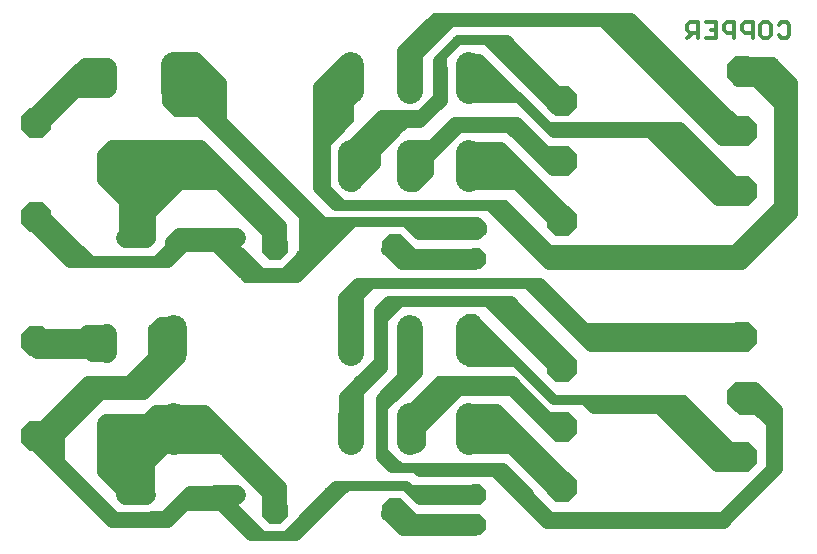
<source format=gtl>
G75*
%MOIN*%
%OFA0B0*%
%FSLAX24Y24*%
%IPPOS*%
%LPD*%
%AMOC8*
5,1,8,0,0,1.08239X$1,22.5*
%
%ADD10C,0.0130*%
%ADD11C,0.0660*%
%ADD12OC8,0.0860*%
%ADD13OC8,0.0700*%
%ADD14OC8,0.1000*%
%ADD15C,0.0860*%
%ADD16C,0.0280*%
%ADD17C,0.0320*%
D10*
X025720Y019924D02*
X025897Y020101D01*
X025809Y020101D02*
X026074Y020101D01*
X026074Y019924D02*
X026074Y020455D01*
X025809Y020455D01*
X025720Y020366D01*
X025720Y020190D01*
X025809Y020101D01*
X026328Y019924D02*
X026682Y019924D01*
X026682Y020455D01*
X026328Y020455D01*
X026505Y020190D02*
X026682Y020190D01*
X026936Y020190D02*
X027024Y020101D01*
X027289Y020101D01*
X027289Y019924D02*
X027289Y020455D01*
X027024Y020455D01*
X026936Y020366D01*
X026936Y020190D01*
X027543Y020190D02*
X027632Y020101D01*
X027897Y020101D01*
X027897Y019924D02*
X027897Y020455D01*
X027632Y020455D01*
X027543Y020366D01*
X027543Y020190D01*
X028151Y020366D02*
X028151Y020013D01*
X028240Y019924D01*
X028416Y019924D01*
X028505Y020013D01*
X028505Y020366D01*
X028416Y020455D01*
X028240Y020455D01*
X028151Y020366D01*
X028759Y020366D02*
X028847Y020455D01*
X029024Y020455D01*
X029112Y020366D01*
X029112Y020013D01*
X029024Y019924D01*
X028847Y019924D01*
X028759Y020013D01*
D11*
X010668Y013256D02*
X010008Y013256D01*
X007668Y013256D02*
X007008Y013256D01*
X006358Y015264D02*
X006358Y015924D01*
X006358Y018264D02*
X006358Y018924D01*
X006358Y010066D02*
X006358Y009406D01*
X006358Y007066D02*
X006358Y006406D01*
X007008Y004693D02*
X007668Y004693D01*
X010008Y004693D02*
X010668Y004693D01*
D12*
X011956Y004161D03*
X015956Y004161D03*
X015956Y012960D03*
X011956Y012960D03*
D13*
X018681Y012539D03*
X018681Y013539D03*
X018681Y004681D03*
X018681Y003681D03*
D14*
X021539Y004952D03*
X021539Y006952D03*
X021539Y008952D03*
X027539Y007952D03*
X027539Y005952D03*
X027539Y009952D03*
X021539Y013811D03*
X021539Y015811D03*
X021539Y017811D03*
X027539Y018811D03*
X027539Y016811D03*
X027539Y014811D03*
X003996Y013944D03*
X003996Y017094D03*
X003996Y009811D03*
X003996Y006661D03*
D15*
X008606Y006454D02*
X008606Y007314D01*
X008606Y009404D02*
X008606Y010264D01*
X014516Y010264D02*
X014516Y009404D01*
X016476Y009404D02*
X016476Y010264D01*
X018446Y010264D02*
X018446Y009404D01*
X018446Y007314D02*
X018446Y006454D01*
X016476Y006454D02*
X016476Y007314D01*
X014516Y007314D02*
X014516Y006454D01*
X014516Y015214D02*
X014516Y016074D01*
X016476Y016074D02*
X016476Y015214D01*
X018446Y015214D02*
X018446Y016074D01*
X018446Y018164D02*
X018446Y019024D01*
X016476Y019024D02*
X016476Y018164D01*
X014516Y018164D02*
X014516Y019024D01*
X008606Y019024D02*
X008606Y018164D01*
X008606Y016074D02*
X008606Y015214D01*
D16*
X008582Y015608D02*
X008606Y015644D01*
X008582Y015608D02*
X007352Y015608D01*
X007352Y013295D01*
X007338Y013256D01*
X005384Y012557D02*
X003996Y013944D01*
X006358Y015594D02*
X006368Y015608D01*
X007352Y015608D01*
X005433Y018561D02*
X004006Y017133D01*
X003996Y017094D01*
X005433Y018561D02*
X006319Y018561D01*
X006358Y018594D01*
X008606Y018594D02*
X008632Y018561D01*
X013676Y013516D01*
X013947Y013787D01*
X016309Y013787D01*
X016555Y013541D01*
X018671Y013541D01*
X018681Y013539D01*
X019655Y014378D02*
X021181Y012852D01*
X026889Y012852D01*
X027539Y014811D02*
X025610Y016740D01*
X021279Y016740D01*
X019458Y018561D01*
X018474Y018561D01*
X018446Y018594D01*
X017588Y018167D02*
X017588Y019299D01*
X018130Y019840D01*
X019508Y019840D01*
X021525Y017822D01*
X021539Y017811D01*
X020295Y016887D02*
X021328Y015854D01*
X021525Y015854D01*
X021539Y015811D01*
X020295Y016887D02*
X018130Y016887D01*
X016899Y015657D01*
X016506Y015657D01*
X016476Y015644D01*
X014931Y015657D02*
X016653Y017380D01*
X016801Y017380D01*
X017588Y018167D01*
X016506Y018610D02*
X016506Y019053D01*
X017884Y020431D01*
X023937Y020431D01*
X027529Y016838D01*
X027539Y016811D01*
X027578Y018807D02*
X027539Y018811D01*
X021525Y013836D02*
X021539Y013811D01*
X021525Y013836D02*
X019754Y015608D01*
X018474Y015608D01*
X018446Y015644D01*
X019655Y014378D02*
X014242Y014378D01*
X013700Y014919D01*
X013700Y016395D01*
X014488Y017183D01*
X014488Y018561D01*
X014516Y018594D01*
X016476Y018594D02*
X016506Y018610D01*
X014931Y015657D02*
X014537Y015657D01*
X014516Y015644D01*
X013676Y013516D02*
X012273Y012114D01*
X011535Y012114D01*
X010452Y013196D01*
X010338Y013256D01*
X010305Y013246D01*
X008606Y009834D02*
X008582Y009801D01*
X008139Y009801D01*
X006358Y009736D02*
X006319Y009752D01*
X004055Y009752D01*
X003996Y009811D01*
X003996Y006661D02*
X006663Y003994D01*
X007893Y003994D01*
X007338Y004693D02*
X007352Y004732D01*
X007352Y006750D01*
X006368Y006750D01*
X006358Y006736D01*
X007352Y006750D02*
X008484Y006750D01*
X008582Y006848D01*
X008606Y006884D01*
X008730Y006848D01*
X009474Y006903D01*
X011984Y004393D01*
X011929Y004191D01*
X011956Y004161D01*
X012323Y003354D02*
X011584Y003354D01*
X010354Y004584D01*
X010338Y004693D01*
X010305Y004683D01*
X012323Y003354D02*
X013947Y004978D01*
X016309Y004978D01*
X016604Y004683D01*
X018671Y004683D01*
X018681Y004681D01*
X018671Y003698D02*
X018681Y003681D01*
X018671Y003698D02*
X016407Y003698D01*
X015964Y004141D01*
X015956Y004161D01*
X016210Y005569D02*
X015620Y006159D01*
X015620Y007586D01*
X016456Y008423D01*
X016456Y009801D01*
X016476Y009834D01*
X015620Y010539D02*
X016161Y011080D01*
X019409Y011080D01*
X021525Y008964D01*
X021539Y008952D01*
X020197Y008128D02*
X021328Y006996D01*
X021525Y006996D01*
X021539Y006952D01*
X021279Y007881D02*
X025610Y007881D01*
X027539Y005952D01*
X028464Y005569D02*
X028464Y007045D01*
X027578Y007931D01*
X027539Y007952D01*
X027578Y009948D02*
X027539Y009952D01*
X028464Y005569D02*
X026889Y003994D01*
X021181Y003994D01*
X019606Y005569D01*
X019655Y006848D02*
X018474Y006848D01*
X018446Y006884D01*
X019655Y006848D02*
X021525Y004978D01*
X021539Y004952D01*
X021279Y007881D02*
X019360Y009801D01*
X018474Y009801D01*
X018446Y009834D01*
X018130Y008128D02*
X020197Y008128D01*
X018130Y008128D02*
X016899Y006897D01*
X016506Y006897D01*
X016476Y006884D01*
X014537Y006897D02*
X014516Y006884D01*
X016358Y012557D02*
X015964Y012950D01*
X015956Y012960D01*
X016358Y012557D02*
X018671Y012557D01*
X018681Y012539D01*
D17*
X006539Y003759D02*
X003866Y006433D01*
X003921Y006598D02*
X003866Y006653D01*
X003866Y006763D01*
X003893Y006791D01*
X004086Y006791D01*
X004114Y006763D01*
X004114Y006598D01*
X004141Y006570D01*
X004086Y006570D01*
X004031Y006515D01*
X004031Y006901D01*
X004059Y006929D01*
X004748Y006929D01*
X006043Y008224D01*
X006319Y008500D01*
X005740Y008500D01*
X004114Y006874D01*
X004334Y006653D01*
X004334Y006598D01*
X004362Y006736D02*
X004500Y006598D01*
X004500Y006378D01*
X004197Y006681D01*
X004141Y006681D01*
X004004Y006598D02*
X003921Y006598D01*
X004362Y006736D02*
X004693Y006736D01*
X004748Y006681D01*
X004748Y006570D01*
X004665Y006488D01*
X004665Y006515D01*
X006181Y008031D01*
X007614Y008031D01*
X007807Y008224D01*
X008165Y008582D01*
X008165Y008610D01*
X007889Y008885D01*
X007945Y009023D02*
X007311Y008389D01*
X007669Y008389D01*
X007724Y008444D01*
X007724Y008527D01*
X008578Y009381D01*
X008523Y009630D02*
X008523Y010153D01*
X008413Y010263D01*
X008413Y010429D01*
X008441Y010456D01*
X008165Y010456D01*
X007917Y010208D01*
X007917Y009244D01*
X007008Y008334D01*
X007008Y008389D01*
X008275Y009657D01*
X008275Y009960D01*
X008055Y010181D01*
X008220Y010181D01*
X008303Y010263D01*
X008303Y009161D01*
X008165Y009023D01*
X007945Y009023D01*
X008027Y009244D02*
X008027Y009354D01*
X008468Y009795D01*
X008496Y009822D02*
X008634Y009685D01*
X008578Y009685D01*
X008523Y009630D01*
X008496Y009822D02*
X008496Y010015D01*
X008551Y010070D01*
X008689Y010070D01*
X008826Y009933D01*
X008826Y009244D01*
X008165Y008582D01*
X007807Y008224D02*
X006043Y008224D01*
X005905Y008334D02*
X004665Y007094D01*
X004665Y007067D01*
X004858Y006846D02*
X004803Y006791D01*
X004803Y005937D01*
X004637Y006240D02*
X004637Y006267D01*
X006319Y006350D02*
X006346Y006378D01*
X006511Y006378D01*
X006622Y006488D01*
X007145Y006488D01*
X007256Y006378D01*
X007256Y004862D01*
X007145Y004972D01*
X007035Y004972D01*
X006539Y005468D01*
X006401Y005468D01*
X006401Y006157D01*
X006484Y006240D01*
X006842Y006240D01*
X006870Y006212D01*
X006952Y006212D01*
X007063Y006102D01*
X007063Y005165D01*
X006649Y005578D01*
X006649Y005661D01*
X006622Y005689D01*
X006622Y005992D01*
X006760Y005992D01*
X006842Y005909D01*
X006842Y005578D01*
X007035Y005771D01*
X007035Y005909D01*
X007614Y005523D02*
X008634Y006543D01*
X008634Y006626D01*
X008441Y006433D01*
X008165Y006433D01*
X008055Y006515D02*
X007917Y006378D01*
X007917Y006240D01*
X007614Y006543D01*
X007586Y006543D01*
X008000Y006956D01*
X008661Y006956D01*
X008716Y007011D01*
X008716Y007039D01*
X008551Y007204D01*
X008413Y007204D01*
X008385Y007232D01*
X008082Y007232D01*
X007807Y006956D01*
X007724Y006956D01*
X007697Y006929D01*
X006622Y006929D01*
X006594Y006956D01*
X006374Y006956D01*
X006319Y006901D01*
X006319Y006350D01*
X006208Y007067D02*
X006346Y007204D01*
X007697Y007204D01*
X008000Y007507D01*
X008248Y007507D01*
X008358Y007397D01*
X008606Y007397D01*
X008771Y007232D01*
X008826Y007232D01*
X008909Y007315D01*
X009102Y007315D01*
X008992Y007204D01*
X008689Y007204D01*
X008854Y007039D01*
X008854Y007011D01*
X008882Y007039D01*
X009019Y007039D01*
X009157Y007177D01*
X009212Y007177D01*
X009515Y006874D01*
X009598Y006874D01*
X010204Y006267D01*
X010204Y006185D01*
X009956Y006433D01*
X008854Y006433D01*
X008854Y006543D01*
X008882Y006570D01*
X009433Y006570D01*
X009488Y006708D02*
X008992Y006708D01*
X008964Y006681D01*
X008661Y006736D02*
X008661Y006212D01*
X010948Y006212D01*
X009653Y007507D01*
X009240Y007507D01*
X009102Y007507D01*
X009102Y007480D01*
X008716Y007094D01*
X008634Y006874D02*
X008634Y006626D01*
X008634Y006543D02*
X008634Y006185D01*
X008606Y006212D01*
X007972Y006212D01*
X007807Y006047D01*
X007807Y004641D01*
X007779Y004614D01*
X007421Y004614D01*
X007669Y004862D01*
X007669Y005027D01*
X007586Y005110D01*
X007586Y005303D01*
X007641Y005358D01*
X007641Y006488D01*
X007669Y006515D01*
X008055Y006515D01*
X008578Y006819D02*
X008661Y006736D01*
X008634Y006874D02*
X008441Y007067D01*
X008441Y007177D01*
X008771Y007507D01*
X009102Y007507D01*
X009240Y007507D02*
X011830Y004917D01*
X011830Y004586D01*
X012023Y004393D01*
X012023Y004476D01*
X011968Y004531D01*
X011968Y004834D01*
X011941Y004862D01*
X011941Y004944D01*
X011693Y005193D01*
X011693Y004118D01*
X011830Y004118D01*
X011858Y004145D01*
X011858Y004118D01*
X011941Y004035D01*
X012216Y004035D01*
X012216Y004944D01*
X010948Y006212D01*
X010508Y004834D02*
X009130Y004834D01*
X008275Y003980D01*
X007862Y003980D01*
X007862Y003870D01*
X007393Y003870D01*
X007586Y003842D02*
X007586Y003759D01*
X007614Y003787D01*
X007834Y003787D01*
X008055Y003759D02*
X008413Y003759D01*
X009019Y004366D01*
X009074Y004311D01*
X010397Y004311D01*
X010204Y004559D02*
X011224Y003539D01*
X011224Y003429D01*
X011169Y003319D02*
X012685Y003319D01*
X014366Y005000D01*
X014008Y005000D01*
X013787Y004779D01*
X013787Y004641D01*
X014366Y005000D02*
X016350Y005000D01*
X016488Y004862D01*
X018748Y004862D01*
X018748Y004614D01*
X018665Y004531D01*
X018665Y004504D01*
X016819Y004504D01*
X016405Y004917D01*
X016130Y004366D02*
X016681Y003815D01*
X018610Y003815D01*
X018637Y003787D01*
X018637Y003842D01*
X018610Y003870D01*
X016598Y003870D01*
X016295Y004173D01*
X015771Y004173D01*
X015689Y004090D01*
X015689Y004035D01*
X016157Y003567D01*
X016240Y003484D01*
X018637Y003484D01*
X018748Y003594D01*
X018748Y003622D01*
X018748Y003732D01*
X018748Y003622D02*
X018693Y003567D01*
X016157Y003567D01*
X016047Y004173D02*
X015882Y004173D01*
X015854Y004145D01*
X015854Y004200D01*
X015992Y004338D01*
X016102Y004338D01*
X016130Y004366D01*
X016791Y005468D02*
X018307Y005468D01*
X018334Y005496D01*
X019299Y005468D02*
X021035Y003732D01*
X026933Y003732D01*
X028752Y005551D01*
X028752Y007507D01*
X028614Y007645D01*
X028614Y005689D01*
X026823Y003897D01*
X021008Y003897D01*
X019437Y005468D01*
X019299Y005468D01*
X016819Y005468D01*
X016791Y005468D02*
X016681Y005578D01*
X016157Y005578D01*
X016047Y005689D01*
X016019Y005689D01*
X015964Y005744D02*
X015854Y005744D01*
X015523Y006074D01*
X015523Y007921D01*
X015496Y007893D01*
X015496Y005964D01*
X015882Y005578D01*
X016157Y005578D01*
X016019Y005606D02*
X015551Y006074D01*
X015551Y007728D01*
X016295Y008472D01*
X016295Y009354D01*
X016571Y009354D01*
X016598Y009326D01*
X016653Y009326D01*
X016708Y009381D01*
X016708Y008720D01*
X016736Y008748D01*
X016736Y009354D01*
X016708Y009381D01*
X016626Y009381D01*
X016571Y009547D02*
X016681Y009657D01*
X016681Y010043D01*
X016212Y010043D01*
X016212Y008500D01*
X016074Y008362D01*
X016212Y008224D02*
X016240Y008252D01*
X016240Y008527D01*
X016350Y008637D01*
X016543Y008941D02*
X015606Y008004D01*
X015689Y007921D01*
X015716Y007921D01*
X015606Y008004D02*
X015523Y007921D01*
X016240Y008252D02*
X016708Y008720D01*
X017342Y008362D02*
X017397Y008307D01*
X017397Y008252D01*
X017342Y008362D02*
X017425Y008444D01*
X017452Y008472D01*
X019437Y008472D01*
X019437Y008279D01*
X019409Y008252D01*
X019767Y008252D01*
X021256Y006763D01*
X021283Y006791D01*
X021283Y006819D01*
X019630Y008472D01*
X019905Y008472D01*
X019933Y008444D01*
X021448Y006929D01*
X021448Y007177D01*
X021504Y007177D01*
X021614Y007287D01*
X021063Y007287D01*
X020980Y007370D01*
X021283Y007866D02*
X020015Y009133D01*
X018445Y009133D01*
X018445Y009271D01*
X018362Y009354D01*
X018500Y009464D02*
X018472Y009492D01*
X019134Y009492D01*
X019244Y009602D01*
X019299Y009602D01*
X019547Y009354D01*
X018775Y009354D01*
X018775Y009547D01*
X018885Y009657D01*
X019078Y009657D01*
X018885Y009685D02*
X018665Y009464D01*
X018500Y009464D01*
X018472Y009657D02*
X018637Y009822D01*
X018637Y009878D01*
X018527Y009988D01*
X018307Y009988D01*
X018417Y010098D01*
X018417Y010539D01*
X018610Y010539D01*
X020015Y009133D01*
X019933Y008444D02*
X017425Y008444D01*
X017342Y008362D02*
X016515Y007535D01*
X016515Y006212D01*
X016626Y006322D01*
X016626Y006763D01*
X016543Y006846D01*
X016543Y007039D01*
X016323Y007039D01*
X016295Y007011D01*
X016295Y006791D01*
X016433Y006653D01*
X016571Y007039D02*
X016378Y007232D01*
X016378Y006322D01*
X016460Y006240D01*
X016708Y006240D01*
X016846Y006378D01*
X016846Y007425D01*
X016956Y007535D01*
X016571Y007232D02*
X017590Y008252D01*
X018004Y008252D01*
X018031Y008279D01*
X017921Y008279D01*
X017838Y008196D01*
X017838Y008141D01*
X016736Y007039D01*
X016571Y007039D01*
X014779Y006763D02*
X014779Y008472D01*
X015468Y009161D01*
X015578Y009271D01*
X015578Y010319D01*
X015468Y010456D02*
X016157Y011145D01*
X015783Y011145D01*
X015452Y010815D01*
X015452Y010067D01*
X015452Y008846D01*
X015578Y008913D02*
X015578Y010539D01*
X015468Y010456D02*
X015468Y009161D01*
X015578Y008913D02*
X014614Y007948D01*
X014614Y007397D01*
X014504Y007287D01*
X014504Y007921D01*
X014531Y007948D01*
X014531Y007011D01*
X014421Y006901D01*
X014256Y006874D02*
X014256Y007948D01*
X014779Y008472D01*
X014669Y007204D02*
X014669Y006874D01*
X014779Y006763D01*
X014559Y006598D02*
X014531Y006598D01*
X014256Y006874D01*
X014641Y007177D02*
X014669Y007204D01*
X014641Y007177D02*
X014641Y006433D01*
X016681Y005578D02*
X019574Y005578D01*
X020429Y004724D01*
X021090Y005055D02*
X021421Y005055D01*
X021531Y004944D01*
X021531Y004807D01*
X021752Y005027D01*
X021752Y005110D01*
X021807Y005165D01*
X021889Y005055D02*
X019382Y007563D01*
X019244Y007563D01*
X019161Y007563D01*
X019051Y007452D01*
X019106Y007315D02*
X019382Y007039D01*
X019437Y007039D01*
X019409Y007067D01*
X018996Y007067D01*
X018885Y006956D01*
X018693Y006956D01*
X018748Y006901D01*
X018748Y006488D01*
X018775Y006460D01*
X018775Y006405D01*
X018830Y006460D01*
X019960Y006460D01*
X019767Y006653D01*
X019216Y006653D01*
X019051Y006488D01*
X018334Y006488D01*
X018527Y006681D01*
X018996Y006681D01*
X019271Y006405D01*
X019740Y006405D01*
X021090Y005055D01*
X021338Y004972D02*
X021531Y004972D01*
X021697Y004807D01*
X021559Y004807D01*
X021421Y004669D01*
X021366Y004669D01*
X019823Y006212D01*
X018445Y006212D01*
X018610Y006378D01*
X018610Y006956D01*
X018775Y007122D01*
X018775Y007397D01*
X018858Y007315D01*
X019106Y007315D01*
X019161Y007563D02*
X018527Y007563D01*
X018472Y007507D01*
X018472Y006626D01*
X018582Y006736D01*
X018582Y006929D01*
X018527Y006984D01*
X018527Y007011D01*
X018307Y007011D01*
X018307Y006846D01*
X018527Y006626D01*
X019244Y007563D02*
X021779Y005027D01*
X021779Y004917D01*
X021669Y004807D01*
X021531Y004807D01*
X021504Y004807D01*
X021338Y004972D01*
X021555Y006720D02*
X021476Y006799D01*
X021358Y006799D01*
X021555Y006720D02*
X021673Y006720D01*
X021791Y006838D01*
X021791Y006996D01*
X021673Y007114D01*
X021476Y007862D02*
X022303Y007862D01*
X022618Y007547D01*
X025059Y007547D01*
X025098Y007507D01*
X025086Y007645D02*
X024811Y007645D01*
X025086Y007645D02*
X025500Y007645D01*
X026795Y006350D01*
X026960Y006350D01*
X026354Y006956D01*
X025885Y006956D01*
X026602Y006295D02*
X026933Y005964D01*
X026960Y005964D01*
X026878Y005881D01*
X026795Y005881D01*
X026850Y005826D01*
X027263Y005826D01*
X027071Y006019D01*
X027071Y006074D01*
X027153Y005992D01*
X027291Y005992D01*
X027236Y005937D01*
X026795Y005937D01*
X025086Y007645D01*
X024452Y007866D02*
X026712Y005606D01*
X027622Y005606D01*
X027374Y005854D01*
X027346Y005854D01*
X027622Y006130D01*
X027760Y005992D01*
X027760Y005881D01*
X027649Y005771D01*
X027649Y005716D01*
X027870Y005937D01*
X027870Y005992D01*
X027567Y006295D01*
X026602Y006295D01*
X027511Y007535D02*
X027236Y007811D01*
X027429Y007811D01*
X027456Y007783D01*
X027567Y007783D01*
X027622Y007728D01*
X027511Y007535D02*
X028008Y007535D01*
X028063Y007480D01*
X028338Y007480D01*
X028145Y007673D01*
X028008Y007673D01*
X027760Y007921D01*
X027760Y007948D01*
X028366Y007342D01*
X028448Y007342D01*
X028393Y007397D01*
X028393Y007563D01*
X027870Y008086D01*
X027677Y008086D01*
X027594Y008141D02*
X027622Y008169D01*
X027622Y008279D01*
X027980Y008279D01*
X028559Y007700D01*
X028393Y007700D01*
X028559Y007700D02*
X028614Y007645D01*
X027594Y008141D02*
X027429Y008141D01*
X027374Y008086D01*
X027374Y007976D01*
X027456Y007893D01*
X027539Y009633D02*
X027539Y009952D01*
X027382Y010027D02*
X027342Y010067D01*
X022263Y010067D01*
X022421Y009909D01*
X022578Y009909D01*
X022618Y009870D01*
X027145Y009870D01*
X027382Y009830D02*
X027382Y010027D01*
X027382Y009830D02*
X027460Y009752D01*
X027618Y009752D01*
X027736Y009870D01*
X027736Y009988D01*
X027697Y010027D01*
X027697Y010224D01*
X027657Y010263D01*
X022067Y010263D01*
X020610Y011720D01*
X015452Y011720D01*
X014704Y011720D01*
X014744Y011759D01*
X015216Y011759D01*
X015492Y011759D01*
X015452Y011720D01*
X015492Y011759D02*
X020374Y011759D01*
X020807Y011759D01*
X022382Y010185D01*
X023130Y010185D01*
X023326Y009988D01*
X022500Y009633D02*
X027539Y009633D01*
X024452Y007866D02*
X021283Y007866D01*
X021338Y008693D02*
X021338Y008858D01*
X019051Y011145D01*
X019519Y011145D01*
X021586Y009078D01*
X021697Y008968D01*
X021614Y008968D01*
X021338Y008693D01*
X021421Y008858D02*
X021421Y008941D01*
X021586Y009106D01*
X021586Y009078D01*
X021421Y008858D02*
X021504Y008775D01*
X021669Y008775D01*
X021889Y008996D01*
X021889Y009078D01*
X019823Y011145D01*
X019519Y011145D01*
X019051Y011145D02*
X016157Y011145D01*
X015216Y011759D02*
X014508Y011051D01*
X014508Y009834D01*
X014516Y009834D01*
X014547Y009870D02*
X014547Y010027D01*
X014547Y009870D02*
X014665Y009752D01*
X014783Y009752D01*
X014783Y011444D01*
X014783Y011484D02*
X014744Y011484D01*
X014783Y011484D02*
X014823Y011523D01*
X014744Y011523D01*
X014350Y011130D01*
X014271Y011169D02*
X014271Y011287D01*
X014704Y011720D01*
X014271Y011287D02*
X014232Y011248D01*
X014232Y011130D01*
X014271Y011169D01*
X014232Y011130D02*
X014232Y010696D01*
X014311Y010618D01*
X014232Y010696D02*
X014232Y009712D01*
X014508Y009712D01*
X015452Y010067D02*
X015531Y010145D01*
X016295Y009905D02*
X016295Y009712D01*
X016460Y009547D01*
X016571Y009547D01*
X016295Y009905D02*
X016515Y010126D01*
X016515Y010153D01*
X018307Y009850D02*
X018334Y009822D01*
X018334Y009657D01*
X018472Y009657D01*
X018885Y009685D02*
X018885Y009878D01*
X018582Y010181D01*
X018582Y010319D01*
X020374Y011759D02*
X022500Y009633D01*
X019878Y008279D02*
X018031Y008279D01*
X019437Y008472D02*
X019630Y008472D01*
X018637Y012342D02*
X016212Y012342D01*
X015689Y012866D01*
X015744Y012866D01*
X015854Y012976D01*
X015854Y013086D01*
X015909Y013141D01*
X015992Y013004D02*
X016130Y013141D01*
X016157Y013141D01*
X016571Y012728D01*
X018693Y012728D01*
X018803Y012618D01*
X018803Y012563D01*
X018720Y012480D01*
X018720Y012452D01*
X018637Y012370D01*
X018637Y012342D01*
X018665Y013362D02*
X016763Y013362D01*
X016378Y013748D01*
X016598Y013775D02*
X018307Y013775D01*
X018307Y013637D01*
X018334Y013610D01*
X018307Y013775D02*
X018500Y013775D01*
X018693Y013775D01*
X018858Y013610D01*
X018858Y013500D01*
X018720Y013362D01*
X018665Y013362D02*
X018665Y013444D01*
X018637Y013472D01*
X018748Y013472D01*
X018748Y013720D01*
X016653Y013720D01*
X016598Y013775D01*
X014559Y013775D01*
X012712Y011929D01*
X011004Y011929D01*
X010893Y012039D02*
X012409Y012039D01*
X014145Y013775D01*
X013539Y013775D01*
X013374Y013941D01*
X013622Y013748D02*
X014008Y013748D01*
X013815Y013555D01*
X013622Y013748D01*
X010204Y017165D01*
X010204Y018433D01*
X009350Y019287D01*
X008634Y019287D01*
X008606Y019259D01*
X008606Y018846D01*
X008964Y018846D01*
X009074Y018736D01*
X009102Y018736D01*
X009405Y018433D01*
X009433Y018433D01*
X009984Y017881D01*
X009736Y017881D01*
X008854Y018763D01*
X008468Y018763D01*
X008413Y018708D01*
X008413Y018460D01*
X008551Y018322D01*
X008551Y017909D01*
X008992Y017909D01*
X013567Y013334D01*
X013208Y013582D02*
X013208Y013031D01*
X012850Y012673D01*
X012850Y012618D01*
X012933Y012700D01*
X012933Y013996D01*
X012216Y013637D02*
X012216Y012866D01*
X011996Y012948D02*
X011996Y012783D01*
X011968Y012811D02*
X011968Y013252D01*
X010011Y015208D01*
X008634Y015208D01*
X008606Y015181D01*
X008634Y015208D02*
X008854Y015429D01*
X010094Y015429D01*
X011968Y013555D01*
X011968Y012976D01*
X011996Y012948D01*
X011996Y012976D01*
X011968Y013004D01*
X011885Y013004D01*
X011885Y012756D01*
X011830Y012756D01*
X011693Y012893D01*
X011693Y013417D01*
X010094Y015015D01*
X008496Y015015D01*
X008551Y014960D01*
X008551Y014988D01*
X008165Y015374D01*
X006732Y015374D01*
X006704Y015401D01*
X006511Y015401D01*
X006484Y015374D01*
X006484Y016090D01*
X008220Y016090D01*
X008248Y016118D01*
X008248Y016035D01*
X008193Y015980D01*
X008193Y015842D01*
X006732Y015842D01*
X007090Y015484D01*
X006649Y015153D02*
X006870Y014933D01*
X007145Y014933D01*
X007256Y014822D01*
X007256Y014795D01*
X007173Y014712D01*
X006980Y014712D01*
X006842Y014850D01*
X006842Y014822D01*
X007228Y014437D01*
X007228Y013610D01*
X007090Y013472D01*
X007586Y013472D01*
X007834Y013224D01*
X007834Y014051D01*
X008882Y015098D01*
X008551Y015098D01*
X008358Y014905D01*
X007641Y014905D01*
X007614Y014878D01*
X007614Y013500D01*
X007476Y013362D01*
X007476Y013941D01*
X007752Y014216D01*
X007752Y014464D01*
X008027Y014740D01*
X008248Y014740D01*
X008248Y014630D01*
X007889Y014271D01*
X007889Y014630D01*
X007724Y014795D01*
X008413Y015098D02*
X006291Y015098D01*
X006925Y014464D01*
X006925Y013114D01*
X007008Y013196D01*
X007393Y013196D01*
X007933Y012468D02*
X005098Y012468D01*
X003799Y013767D01*
X003878Y013846D01*
X003878Y013885D01*
X003996Y014004D01*
X004074Y014004D01*
X004193Y014082D02*
X004193Y014122D01*
X005689Y012626D01*
X005823Y012480D02*
X008027Y012480D01*
X008248Y012480D01*
X008909Y013141D01*
X009212Y013141D01*
X009157Y013169D02*
X008413Y012425D01*
X005134Y012425D01*
X004362Y013196D01*
X005464Y012838D02*
X005823Y012480D01*
X005464Y012700D02*
X005464Y012838D01*
X004193Y014082D02*
X003917Y014082D01*
X006208Y015181D02*
X006236Y015153D01*
X006649Y015153D01*
X006291Y015098D02*
X006236Y015153D01*
X006208Y015181D02*
X006208Y016007D01*
X006539Y016338D01*
X008606Y016338D01*
X008716Y016338D01*
X008716Y015952D01*
X008634Y015870D01*
X008661Y015842D02*
X008882Y015842D01*
X009047Y016007D01*
X009295Y016007D01*
X009405Y015897D01*
X009130Y015897D01*
X009074Y015842D01*
X008606Y015842D01*
X008413Y016035D01*
X008413Y015098D01*
X008496Y015015D01*
X008496Y015374D02*
X008578Y015374D01*
X008634Y015429D01*
X008634Y015815D01*
X008661Y015842D01*
X008496Y015842D02*
X008496Y015374D01*
X008606Y015644D02*
X010210Y015644D01*
X009515Y016338D01*
X008716Y016338D01*
X008606Y016338D02*
X008468Y016200D01*
X008468Y016118D01*
X008744Y016145D02*
X008744Y016090D01*
X008496Y015842D01*
X008744Y016145D02*
X008799Y016200D01*
X009295Y016200D01*
X010122Y015374D01*
X010480Y015374D01*
X012216Y013637D01*
X010756Y012452D02*
X010645Y012452D01*
X010563Y012370D01*
X010893Y012039D01*
X011086Y012204D02*
X010287Y013004D01*
X010232Y013004D01*
X010287Y012948D02*
X010315Y012921D01*
X010287Y012948D02*
X009019Y012948D01*
X008937Y013279D02*
X008826Y013279D01*
X008468Y012921D01*
X008468Y013114D01*
X008771Y013417D01*
X010039Y013417D01*
X010094Y013362D01*
X010149Y013307D01*
X010094Y013362D02*
X009212Y013362D01*
X009212Y013334D02*
X009295Y013252D01*
X009212Y013334D02*
X008882Y013334D01*
X008826Y013279D01*
X008795Y013413D02*
X010295Y013413D01*
X010295Y013177D01*
X010374Y013098D01*
X008563Y013098D01*
X008468Y012921D02*
X008027Y012480D01*
X009791Y013141D02*
X010563Y012370D01*
X011114Y012259D02*
X011197Y012259D01*
X011307Y012149D01*
X008854Y010181D02*
X008854Y010043D01*
X008771Y009960D01*
X008634Y009878D02*
X008634Y010429D01*
X008606Y010456D01*
X008606Y010429D01*
X008854Y010181D01*
X007917Y009354D02*
X008027Y009244D01*
X007504Y008500D02*
X006732Y008500D01*
X006567Y008334D01*
X005905Y008334D01*
X006319Y008500D02*
X006732Y008500D01*
X006291Y009271D02*
X005878Y009271D01*
X005602Y009547D01*
X005382Y009822D02*
X005382Y009850D01*
X005712Y010181D01*
X006374Y010181D01*
X006358Y010067D02*
X006358Y009437D01*
X006319Y009397D01*
X004035Y009397D01*
X003878Y009555D01*
X003996Y009555D01*
X004271Y009830D01*
X006122Y009830D01*
X006161Y009870D01*
X006161Y009673D01*
X006240Y009594D01*
X004271Y009594D01*
X004035Y009594D02*
X003878Y009752D01*
X003878Y009909D01*
X004074Y009909D01*
X004074Y009988D01*
X003996Y010067D01*
X006358Y010067D01*
X008248Y007507D02*
X008771Y007507D01*
X006208Y007067D02*
X006208Y005441D01*
X006952Y004696D01*
X007338Y004696D01*
X007393Y004752D01*
X007586Y003759D02*
X006539Y003759D01*
X007586Y003759D02*
X008055Y003759D01*
X008826Y004531D01*
X010149Y004531D01*
X010149Y004696D01*
X010177Y004724D01*
X010177Y004862D01*
X010149Y004779D02*
X010067Y004696D01*
X009350Y004696D01*
X009019Y004366D01*
X009901Y004586D02*
X011169Y003319D01*
X010563Y004779D02*
X010149Y004779D01*
X010508Y004834D02*
X010563Y004779D01*
X020980Y012480D02*
X021118Y012342D01*
X027539Y012342D01*
X029248Y014051D01*
X029248Y018433D01*
X028559Y019122D01*
X027401Y019122D01*
X027539Y018984D01*
X027539Y018956D01*
X027567Y018929D01*
X028504Y018929D01*
X029055Y018378D01*
X029055Y014023D01*
X027594Y012563D01*
X027291Y012563D01*
X027181Y012480D02*
X028862Y014161D01*
X028862Y017937D01*
X028338Y018460D01*
X027649Y019149D01*
X027649Y018791D01*
X027539Y018681D01*
X027539Y018956D01*
X027677Y019094D01*
X027622Y019094D01*
X027484Y018956D01*
X027484Y018929D01*
X027374Y018819D01*
X027374Y018488D01*
X027401Y018460D01*
X028338Y018460D01*
X028035Y018570D02*
X027980Y018515D01*
X027952Y018515D01*
X028779Y017689D01*
X028779Y017000D01*
X028889Y017110D01*
X028917Y017110D01*
X028779Y017000D02*
X028779Y014381D01*
X028889Y014437D02*
X028889Y018322D01*
X028448Y018763D01*
X027586Y018763D01*
X027539Y018811D01*
X027539Y018819D02*
X027897Y018819D01*
X028779Y017937D01*
X028779Y017689D01*
X028669Y017881D02*
X028614Y017937D01*
X028035Y018570D02*
X027677Y018570D01*
X027594Y018653D01*
X027677Y017137D02*
X027291Y017137D01*
X023929Y020500D01*
X023846Y020582D01*
X017315Y020582D01*
X017232Y020500D01*
X017673Y020500D01*
X023929Y020500D01*
X023874Y020279D02*
X023378Y020279D01*
X026960Y016696D01*
X027291Y016696D01*
X026988Y017000D01*
X026960Y017000D01*
X023791Y020169D01*
X023653Y020169D01*
X023874Y020279D02*
X027071Y017082D01*
X027071Y016862D01*
X027153Y016779D01*
X027539Y016779D01*
X027677Y016917D01*
X027484Y016917D01*
X027291Y016724D01*
X027456Y016724D01*
X027594Y016862D01*
X027704Y016752D01*
X027704Y016531D01*
X027649Y016476D01*
X026878Y016476D01*
X022909Y020444D01*
X021448Y018102D02*
X019712Y019838D01*
X019382Y019838D01*
X019464Y019756D01*
X019492Y019756D01*
X021421Y017826D01*
X021421Y017799D01*
X021586Y017964D01*
X021779Y017964D01*
X021779Y017744D01*
X021586Y017551D01*
X021586Y017744D01*
X021586Y017826D02*
X021338Y017578D01*
X021338Y017523D01*
X019023Y019838D01*
X019382Y019838D01*
X019023Y019838D02*
X018086Y019838D01*
X017397Y019149D01*
X017397Y017661D01*
X017563Y017826D01*
X017563Y018901D01*
X018279Y018681D02*
X018279Y018543D01*
X018307Y018515D01*
X018307Y018653D01*
X018500Y018846D01*
X018555Y018846D01*
X018693Y018708D01*
X018720Y018736D01*
X019106Y018736D01*
X018417Y018047D01*
X018417Y017909D01*
X020098Y017909D01*
X021063Y016944D01*
X025472Y016944D01*
X025665Y016752D01*
X026106Y016311D01*
X026106Y015952D01*
X026106Y016311D02*
X027291Y015126D01*
X027622Y015126D01*
X027401Y014905D01*
X027401Y014685D01*
X027456Y014740D01*
X027456Y014850D01*
X027567Y014960D01*
X027760Y014960D01*
X027677Y014878D01*
X027677Y014519D01*
X027649Y014492D01*
X026740Y014492D01*
X024480Y016752D01*
X025665Y016752D01*
X025472Y016531D02*
X027126Y014878D01*
X027236Y014878D01*
X027098Y014740D01*
X027015Y014740D01*
X026795Y014960D01*
X026712Y014960D01*
X025279Y016393D01*
X025141Y016393D01*
X026823Y014712D01*
X026823Y014685D01*
X027319Y012866D02*
X028889Y014437D01*
X027319Y012866D02*
X020870Y012866D01*
X020870Y012852D01*
X026889Y012852D01*
X027015Y012618D02*
X021035Y012618D01*
X019326Y014326D01*
X014008Y014326D01*
X013401Y014933D01*
X013401Y018295D01*
X014338Y019232D01*
X014476Y019232D01*
X014476Y018322D01*
X014256Y018102D01*
X014256Y018295D01*
X014393Y018433D01*
X014641Y018433D01*
X014724Y018350D01*
X014724Y018488D01*
X014669Y018543D01*
X014669Y018736D01*
X014752Y018819D01*
X014393Y018819D01*
X014283Y018708D01*
X014338Y018708D01*
X014393Y018653D01*
X014421Y018681D02*
X014283Y018819D01*
X014283Y018874D01*
X013567Y018157D01*
X013567Y016448D01*
X014256Y017137D01*
X014256Y017303D01*
X014283Y017330D01*
X014283Y018681D01*
X013815Y018212D01*
X013815Y018047D01*
X013760Y017992D01*
X013760Y016889D01*
X013952Y017082D01*
X013952Y017303D01*
X014035Y017385D01*
X014035Y018240D01*
X014338Y018543D01*
X014338Y018626D01*
X014724Y018157D02*
X014724Y018047D01*
X014311Y017633D01*
X015110Y016917D02*
X015275Y017082D01*
X015551Y017358D01*
X016901Y017358D01*
X017094Y017468D02*
X017122Y017441D01*
X017177Y017441D01*
X017397Y017661D01*
X017177Y017441D02*
X016819Y017082D01*
X016323Y017082D01*
X016185Y016944D01*
X015496Y016944D01*
X015358Y016807D01*
X015248Y016807D01*
X014669Y016228D01*
X014669Y015897D01*
X014779Y015787D01*
X014779Y015759D01*
X015082Y016063D01*
X015110Y016063D01*
X015082Y016035D01*
X014972Y016035D01*
X015413Y016476D01*
X015413Y016669D01*
X015551Y016807D01*
X015661Y016807D01*
X015137Y016283D01*
X015000Y016283D01*
X014669Y015952D01*
X014641Y015952D01*
X014366Y016228D01*
X014311Y016228D01*
X014366Y016173D01*
X014366Y015567D01*
X014476Y015456D01*
X014559Y015456D01*
X014586Y015456D02*
X014697Y015346D01*
X014697Y015126D01*
X014559Y014988D01*
X014559Y014960D01*
X015330Y015732D01*
X015330Y016311D01*
X016102Y017082D01*
X015275Y017082D01*
X015110Y016917D02*
X015110Y016421D01*
X015110Y016917D02*
X014504Y016311D01*
X014504Y015704D01*
X014669Y015539D01*
X014669Y015622D02*
X014586Y015539D01*
X014586Y015456D01*
X014448Y015374D02*
X014311Y015511D01*
X014311Y015732D01*
X014448Y015870D01*
X014586Y015870D01*
X014669Y015787D01*
X014669Y015622D01*
X016323Y015704D02*
X016323Y015126D01*
X016378Y015181D02*
X016378Y016228D01*
X016488Y016338D01*
X017204Y016338D01*
X017976Y017110D01*
X018141Y017110D01*
X019244Y017110D01*
X019106Y016972D01*
X018610Y016972D01*
X018141Y017110D02*
X017122Y016090D01*
X017122Y015429D01*
X016653Y014960D01*
X016543Y014960D01*
X016405Y015098D01*
X016405Y015870D01*
X016571Y015704D01*
X016571Y015456D01*
X016598Y015429D01*
X016708Y015429D01*
X016571Y015567D01*
X016571Y015815D01*
X016460Y015704D01*
X016323Y015704D01*
X016571Y015870D02*
X016681Y015980D01*
X016956Y015980D01*
X016929Y016007D01*
X016736Y016007D01*
X016929Y015815D01*
X016929Y015401D01*
X016736Y015208D01*
X016598Y015208D01*
X016681Y015291D01*
X016681Y015787D01*
X016571Y015870D02*
X016571Y016118D01*
X016598Y016145D01*
X017094Y016145D01*
X016323Y017082D02*
X016102Y017082D01*
X016488Y018185D02*
X016212Y018460D01*
X016212Y019480D01*
X017149Y020417D01*
X017149Y020252D01*
X017177Y020224D01*
X017149Y020417D02*
X017232Y020500D01*
X017673Y020500D02*
X016212Y019039D01*
X016212Y018681D01*
X016433Y018460D01*
X016598Y018626D01*
X016736Y018626D01*
X016736Y019425D01*
X016460Y018819D02*
X016295Y018819D01*
X016460Y018653D01*
X016460Y018433D01*
X016433Y018460D01*
X016350Y018460D02*
X016460Y018350D01*
X016515Y018350D01*
X016626Y018460D01*
X016626Y018653D01*
X016460Y018819D01*
X016378Y018598D02*
X016323Y018598D01*
X016350Y018570D01*
X016350Y018460D01*
X016378Y018598D02*
X016543Y018433D01*
X018279Y018681D02*
X018445Y018515D01*
X018445Y018350D01*
X018720Y018240D02*
X018803Y018322D01*
X019437Y018322D01*
X019574Y018185D01*
X019630Y018074D02*
X018748Y018074D01*
X018720Y018102D01*
X018720Y018240D01*
X018775Y018626D02*
X018775Y018984D01*
X018527Y019232D01*
X018775Y019232D01*
X020098Y017909D01*
X020043Y017110D02*
X019244Y017110D01*
X019850Y016862D02*
X021228Y015484D01*
X021559Y015484D01*
X021779Y015704D01*
X021779Y015842D01*
X021614Y015677D01*
X021393Y015677D01*
X021614Y015897D01*
X021614Y015980D01*
X021614Y016090D02*
X021559Y016145D01*
X021008Y016145D01*
X020649Y016504D01*
X020649Y016393D01*
X020842Y016200D01*
X020649Y016504D02*
X020043Y017110D01*
X020181Y016724D02*
X020208Y016724D01*
X021256Y015677D01*
X020043Y015015D02*
X018500Y015015D01*
X018941Y015456D01*
X019409Y015456D01*
X019547Y015484D02*
X019630Y015401D01*
X019712Y015401D01*
X019823Y015291D01*
X018748Y015291D01*
X018582Y015456D01*
X018941Y015456D01*
X018748Y015732D02*
X018637Y015842D01*
X019216Y015842D01*
X019271Y015897D01*
X019492Y015897D01*
X019547Y015842D01*
X019547Y015484D01*
X019823Y015732D02*
X018748Y015732D01*
X018472Y015759D02*
X018472Y015842D01*
X018693Y016063D01*
X019409Y016063D01*
X019437Y016090D01*
X019464Y016090D01*
X019823Y015732D01*
X019492Y016283D02*
X021862Y013913D01*
X021862Y013803D01*
X021697Y013637D01*
X021476Y013637D01*
X021366Y013748D01*
X021366Y013693D01*
X021283Y013610D01*
X021283Y013775D01*
X020043Y015015D01*
X019933Y015126D01*
X018362Y015126D01*
X018334Y015098D01*
X018334Y015511D01*
X018307Y015539D01*
X018307Y015704D01*
X018417Y015704D01*
X018472Y015759D01*
X018472Y015649D01*
X018472Y015842D02*
X018472Y016228D01*
X018417Y016283D01*
X019492Y016283D01*
X021063Y016944D02*
X021256Y016752D01*
X024480Y016752D01*
X024838Y016504D02*
X024866Y016531D01*
X025472Y016531D01*
X021586Y017551D02*
X021559Y017523D01*
X021448Y018102D02*
X021697Y018102D01*
X018775Y018626D02*
X018693Y018708D01*
X019161Y014299D02*
X020815Y012645D01*
X020870Y012645D01*
X021008Y012783D01*
X020815Y012645D02*
X020980Y012480D01*
X027181Y012480D01*
X018720Y013555D02*
X018500Y013775D01*
X014559Y013775D02*
X014145Y013775D01*
X010480Y015374D02*
X010210Y015644D01*
X010011Y017496D02*
X009984Y017496D01*
X009791Y017689D01*
X009763Y017689D01*
X008606Y018846D01*
X008606Y018681D01*
X008744Y018681D02*
X008744Y018653D01*
X008358Y018267D01*
X008358Y017799D01*
X008689Y017468D01*
X009598Y017468D01*
X009763Y017633D01*
X010011Y017496D02*
X010039Y017523D01*
X010039Y018185D01*
X009185Y019039D01*
X009185Y019067D01*
X009157Y019039D01*
X008744Y019039D01*
X008744Y017716D02*
X009074Y017716D01*
X009157Y017633D01*
X006732Y015842D02*
X006456Y015842D01*
X006358Y015933D02*
X006358Y015500D01*
X004114Y016838D02*
X004035Y016838D01*
X003878Y016996D01*
X003878Y017035D01*
X005531Y018689D01*
X006161Y018689D01*
X006240Y018767D01*
X006401Y018874D02*
X006401Y019067D01*
X006374Y019094D01*
X005630Y019094D01*
X005023Y018488D01*
X005189Y018130D02*
X005216Y018102D01*
X006346Y018102D01*
X006374Y018130D01*
X006346Y018157D01*
X005382Y018157D01*
X005531Y018256D02*
X004114Y016838D01*
X003917Y017153D02*
X003720Y017153D01*
X003720Y017193D01*
X005452Y018925D01*
X006397Y018925D01*
X006397Y018256D01*
X005531Y018256D01*
X005409Y018378D02*
X005464Y018433D01*
X006126Y018433D01*
X005988Y018267D02*
X005850Y018267D01*
X005988Y018267D02*
X006126Y018130D01*
X006374Y018130D01*
X005933Y018874D02*
X005795Y018874D01*
X005933Y018874D02*
X006126Y019067D01*
X006319Y019067D01*
M02*

</source>
